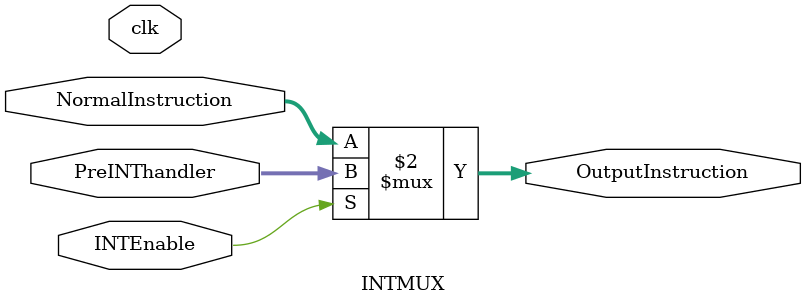
<source format=v>

module INTMUX(
    input clk,
    input [15:0] PreINThandler,
    input INTEnable,
    input [15:0] NormalInstruction,
    output  [15:0] OutputInstruction
);

    assign OutputInstruction=(INTEnable==0)?NormalInstruction:PreINThandler;

endmodule

</source>
